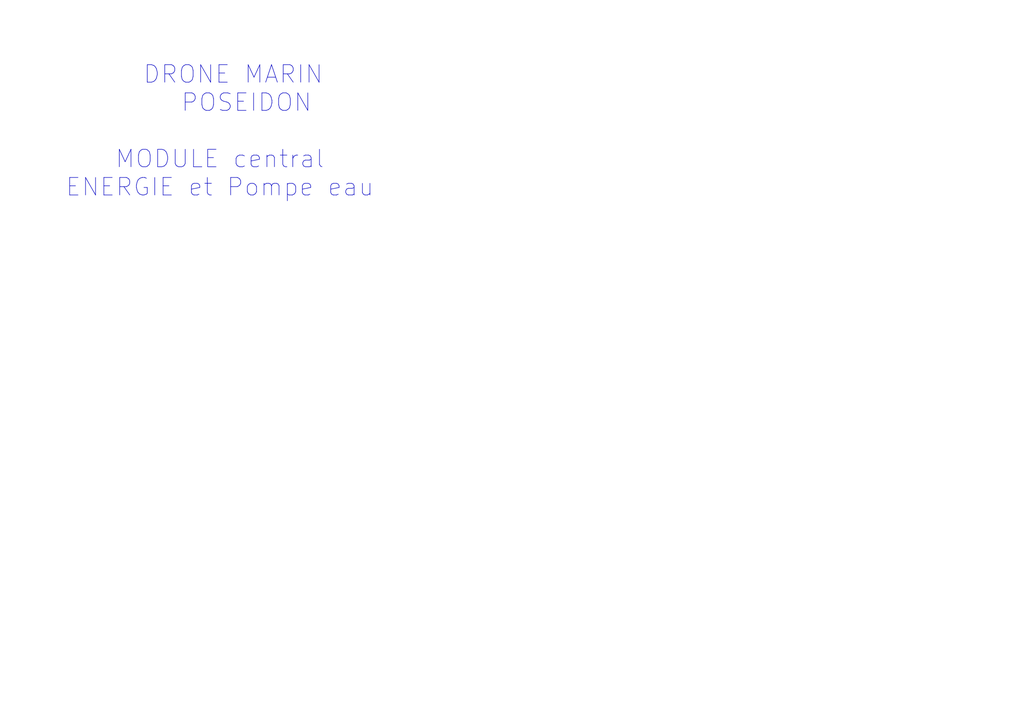
<source format=kicad_sch>
(kicad_sch
	(version 20250114)
	(generator "eeschema")
	(generator_version "9.0")
	(uuid "c281adb9-f3c3-46b6-80d4-6acd5d094119")
	(paper "A4")
	(title_block
		(date "2025-09-26")
		(rev "1.0")
		(company "Association Electromaker (yc)")
		(comment 2 "Drone marin")
	)
	(lib_symbols)
	(text "  DRONE MARIN\n    POSEIDON\n\nMODULE central\nENERGIE et Pompe eau"
		(exclude_from_sim no)
		(at 63.754 38.1 0)
		(effects
			(font
				(size 5.08 5.08)
			)
		)
		(uuid "94235e95-6b9b-43e1-81d6-47c52fbc41ad")
	)
)

</source>
